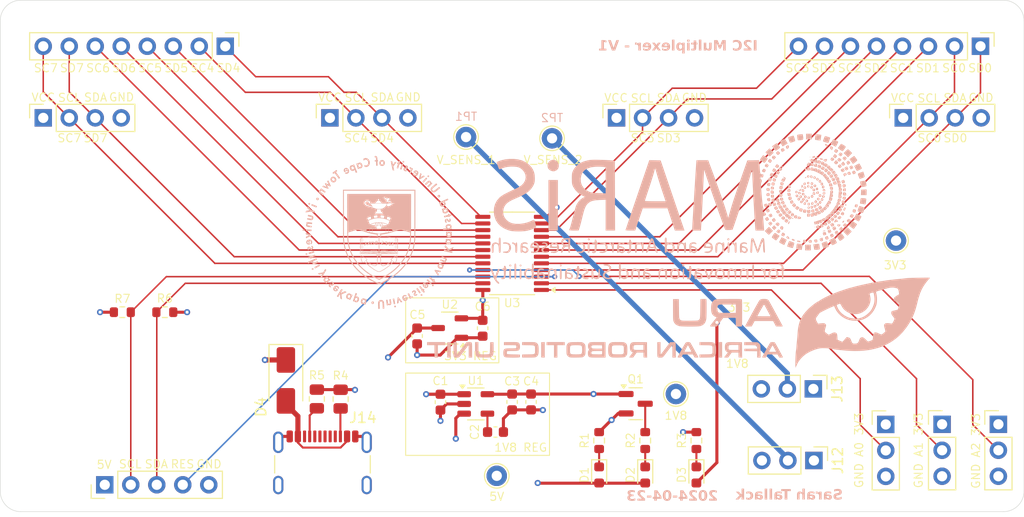
<source format=kicad_pcb>
(kicad_pcb (version 20240108) (generator "pcbnew") (generator_version "8.0")
  (title_block (title "I2C Multiplexer") (date "2024-04-23") (rev "1") (company "Univeristy of Cape Town") (comment 1 "Sarah Tallack") (comment 2 "Project: PAR Measurement"))
  (layers (0 "F.Cu" signal) (1 "In1.Cu" power) (2 "In2.Cu" power) (31 "B.Cu" signal) (34 "B.Paste" user) (35 "F.Paste" user) (36 "B.SilkS" user "B.Silkscreen") (37 "F.SilkS" user "F.Silkscreen") (38 "B.Mask" user) (39 "F.Mask" user) (44 "Edge.Cuts" user))
  (net 0 "")
  (net 1 "GND")
  (net 2 "Net-(U1-BP)")
  (net 3 "+1V8")
  (net 4 "+5V")
  (net 5 "Net-(D1-K)")
  (net 6 "Net-(D2-K)")
  (net 7 "/SC0")
  (net 8 "/SD0")
  (net 9 "V_SENSOR_1")
  (net 10 "/SD1")
  (net 11 "/SC1")
  (net 12 "/SC2")
  (net 13 "/SD2")
  (net 14 "/SD3")
  (net 15 "/SC3")
  (net 16 "/RESET")
  (net 17 "/SCL_MASTER")
  (net 18 "/SDA_MASTER")
  (net 19 "/SD5")
  (net 20 "/SD4")
  (net 21 "/SD6")
  (net 22 "/SC5")
  (net 23 "/SC4")
  (net 24 "/SC6")
  (net 25 "/SC7")
  (net 26 "/SD7")
  (net 27 "V_SENSOR_2")
  (net 28 "/I2C_Multiplexer/A0")
  (net 29 "/I2C_Multiplexer/A1")
  (net 30 "/I2C_Multiplexer/A2")
  (net 31 "Net-(Q1-D)")
  (net 32 "Net-(D3-K)")
  (net 33 "+3V3")
  (net 34 "Net-(D4-A)")
  (net 41 "Net-(J14-CC2)")
  (net 42 "Net-(J14-CC1)")
  (footprint "Capacitor_SMD:C_0603_1608Metric" (layer "F.Cu") (at 133.81 91.249 -90)
    (property "Reference" "C3" (at -2.025 0 180) (layer "F.SilkS") (effects (font (size 0.8 0.8) (thickness 0.1))))
    (property "Value" "1uF")
    (pad "1" smd roundrect (at -0.775 0 270) (size 0.9 0.95) (layers "F.Cu" "F.Paste" "F.Mask") (net 3 "+1V8"))
    (pad "2" smd roundrect (at 0.775 0 270) (size 0.9 0.95) (layers "F.Cu" "F.Paste" "F.Mask") (net 1 "GND"))
  )
  (footprint "Package_TO_SOT_SMD:SOT-23-3" (layer "F.Cu") (at 127.718505 84.024 180)
    (property "Reference" "U2" (at 0 2.3 180) (layer "F.SilkS") (effects (font (size 0.8 0.8) (thickness 0.1))))
    (property "Value" "XC6206PxxxMR")
    (pad "1" smd roundrect (at -1.1375 -0.95 180) (size 1.325 0.6) (layers "F.Cu" "F.Paste" "F.Mask") (net 1 "GND"))
    (pad "2" smd roundrect (at -1.1375 0.95 180) (size 1.325 0.6) (layers "F.Cu" "F.Paste" "F.Mask") (net 33 "+3V3"))
    (pad "3" smd roundrect (at 1.1375 0 180) (size 1.325 0.6) (layers "F.Cu" "F.Paste" "F.Mask") (net 4 "+5V"))
  )
  (footprint "Connector_PinHeader_2.54mm:PinHeader_1x03_P2.54mm_Vertical" (layer "F.Cu") (at 175.81 93.434)
    (property "Reference" "J10" (hide yes))
    (property "Value" "Conn_01x03_Pin")
    (pad "1" thru_hole rect (at 0 0) (size 1.7 1.7) (drill 1) (layers "*.Cu" "*.Mask") (net 33 "+3V3"))
    (pad "2" thru_hole oval (at 0 2.54) (size 1.7 1.7) (drill 1) (layers "*.Cu" "*.Mask") (net 29 "/I2C_Multiplexer/A1"))
    (pad "3" thru_hole oval (at 0 5.08) (size 1.7 1.7) (drill 1) (layers "*.Cu" "*.Mask") (net 1 "GND"))
  )
  (footprint "Connector_PinHeader_2.54mm:PinHeader_1x08_P2.54mm_Vertical" (layer "F.Cu") (at 179.56 56.474 -90)
    (property "Reference" "J7" (hide yes))
    (property "Value" "Conn_01x08_Pin")
    (pad "1" thru_hole rect (at 0 0 270) (size 1.7 1.7) (drill 1) (layers "*.Cu" "*.Mask") (net 8 "/SD0"))
    (pad "2" thru_hole oval (at 0 2.54 270) (size 1.7 1.7) (drill 1) (layers "*.Cu" "*.Mask") (net 7 "/SC0"))
    (pad "3" thru_hole oval (at 0 5.08 270) (size 1.7 1.7) (drill 1) (layers "*.Cu" "*.Mask") (net 10 "/SD1"))
    (pad "4" thru_hole oval (at 0 7.62 270) (size 1.7 1.7) (drill 1) (layers "*.Cu" "*.Mask") (net 11 "/SC1"))
    (pad "5" thru_hole oval (at 0 10.16 270) (size 1.7 1.7) (drill 1) (layers "*.Cu" "*.Mask") (net 13 "/SD2"))
    (pad "6" thru_hole oval (at 0 12.7 270) (size 1.7 1.7) (drill 1) (layers "*.Cu" "*.Mask") (net 12 "/SC2"))
    (pad "7" thru_hole oval (at 0 15.24 270) (size 1.7 1.7) (drill 1) (layers "*.Cu" "*.Mask") (net 14 "/SD3"))
    (pad "8" thru_hole oval (at 0 17.78 270) (size 1.7 1.7) (drill 1) (layers "*.Cu" "*.Mask") (net 15 "/SC3"))
  )
  (footprint "Connector_PinHeader_2.54mm:PinHeader_1x08_P2.54mm_Vertical" (layer "F.Cu") (at 105.79 56.474 -90)
    (property "Reference" "J8" (hide yes))
    (property "Value" "Conn_01x08_Pin")
    (pad "1" thru_hole rect (at 0 0 270) (size 1.7 1.7) (drill 1) (layers "*.Cu" "*.Mask") (net 20 "/SD4"))
    (pad "2" thru_hole oval (at 0 2.54 270) (size 1.7 1.7) (drill 1) (layers "*.Cu" "*.Mask") (net 23 "/SC4"))
    (pad "3" thru_hole oval (at 0 5.08 270) (size 1.7 1.7) (drill 1) (layers "*.Cu" "*.Mask") (net 19 "/SD5"))
    (pad "4" thru_hole oval (at 0 7.62 270) (size 1.7 1.7) (drill 1) (layers "*.Cu" "*.Mask") (net 22 "/SC5"))
    (pad "5" thru_hole oval (at 0 10.16 270) (size 1.7 1.7) (drill 1) (layers "*.Cu" "*.Mask") (net 21 "/SD6"))
    (pad "6" thru_hole oval (at 0 12.7 270) (size 1.7 1.7) (drill 1) (layers "*.Cu" "*.Mask") (net 24 "/SC6"))
    (pad "7" thru_hole oval (at 0 15.24 270) (size 1.7 1.7) (drill 1) (layers "*.Cu" "*.Mask") (net 26 "/SD7"))
    (pad "8" thru_hole oval (at 0 17.78 270) (size 1.7 1.7) (drill 1) (layers "*.Cu" "*.Mask") (net 25 "/SC7"))
  )
  (footprint "Connector_USB:USB_C_Receptacle_GCT_USB4105-xx-A_16P_TopMnt_Horizontal" (layer "F.Cu") (at 115.285 98.299)
    (property "Reference" "J14" (at 3.95 -5.505 0) (layer "F.SilkS"))
    (property "Value" "USB_C_Receptacle_USB2.0_16P")
    (pad "" np_thru_hole circle (at -2.89 -2.605) (size 0.65 0.65) (drill 0.65) (layers "F&B.Cu" "*.Mask"))
    (pad "" np_thru_hole circle (at 2.89 -2.605) (size 0.65 0.65) (drill 0.65) (layers "F&B.Cu" "*.Mask"))
    (pad "A1" smd roundrect (at -3.2 -3.68) (size 0.6 1.15) (layers "F.Cu" "F.Paste" "F.Mask") (net 1 "GND"))
    (pad "A4" smd roundrect (at -2.4 -3.68) (size 0.6 1.15) (layers "F.Cu" "F.Paste" "F.Mask") (net 34 "Net-(D4-A)"))
    (pad "A5" smd roundrect (at -1.25 -3.68) (size 0.3 1.15) (layers "F.Cu" "F.Paste" "F.Mask") (net 42 "Net-(J14-CC1)"))
    (pad "A6" smd roundrect (at -0.25 -3.68) (size 0.3 1.15) (layers "F.Cu" "F.Paste" "F.Mask"))
    (pad "A7" smd roundrect (at 0.25 -3.68) (size 0.3 1.15) (layers "F.Cu" "F.Paste" "F.Mask"))
    (pad "A8" smd roundrect (at 1.25 -3.68) (size 0.3 1.15) (layers "F.Cu" "F.Paste" "F.Mask"))
    (pad "A9" smd roundrect (at 2.4 -3.68) (size 0.6 1.15) (layers "F.Cu" "F.Paste" "F.Mask") (net 34 "Net-(D4-A)"))
    (pad "A12" smd roundrect (at 3.2 -3.68) (size 0.6 1.15) (layers "F.Cu" "F.Paste" "F.Mask") (net 1 "GND"))
    (pad "B1" smd roundrect (at 3.2 -3.68) (size 0.6 1.15) (layers "F.Cu" "F.Paste" "F.Mask") (net 1 "GND"))
    (pad "B4" smd roundrect (at 2.4 -3.68) (size 0.6 1.15) (layers "F.Cu" "F.Paste" "F.Mask") (net 34 "Net-(D4-A)"))
    (pad "B5" smd roundrect (at 1.75 -3.68) (size 0.3 1.15) (layers "F.Cu" "F.Paste" "F.Mask") (net 41 "Net-(J14-CC2)"))
    (pad "B6" smd roundrect (at 0.75 -3.68) (size 0.3 1.15) (layers "F.Cu" "F.Paste" "F.Mask"))
    (pad "B7" smd roundrect (at -0.75 -3.68) (size 0.3 1.15) (layers "F.Cu" "F.Paste" "F.Mask"))
    (pad "B8" smd roundrect (at -1.75 -3.68) (size 0.3 1.15) (layers "F.Cu" "F.Paste" "F.Mask"))
    (pad "B9" smd roundrect (at -2.4 -3.68) (size 0.6 1.15) (layers "F.Cu" "F.Paste" "F.Mask") (net 34 "Net-(D4-A)"))
    (pad "B12" smd roundrect (at -3.2 -3.68) (size 0.6 1.15) (layers "F.Cu" "F.Paste" "F.Mask") (net 1 "GND"))
    (pad "S1" thru_hole oval (at -4.32 -3.105) (size 1 2.1) (drill oval 0.6 1.7) (layers "*.Cu" "*.Mask" "F.Paste") (net 1 "GND"))
    (pad "S1" thru_hole oval (at -4.32 1.075) (size 1 1.8) (drill oval 0.6 1.4) (layers "*.Cu" "*.Mask" "F.Paste") (net 1 "GND"))
    (pad "S1" thru_hole oval (at 4.32 -3.105) (size 1 2.1) (drill oval 0.6 1.7) (layers "*.Cu" "*.Mask" "F.Paste") (net 1 "GND"))
    (pad "S1" thru_hole oval (at 4.32 1.075) (size 1 1.8) (drill oval 0.6 1.4) (layers "*.Cu" "*.Mask" "F.Paste") (net 1 "GND"))
  )
  (footprint "Capacitor_SMD:C_0603_1608Metric" (layer "F.Cu") (at 130.931005 84.043162 -90)
    (property "Reference" "C6" (at -2.125 0 180) (layer "F.SilkS") (effects (font (size 0.8 0.8) (thickness 0.1))))
    (property "Value" "1uF")
    (pad "1" smd roundrect (at -0.775 0 270) (size 0.9 0.95) (layers "F.Cu" "F.Paste" "F.Mask") (net 33 "+3V3"))
    (pad "2" smd roundrect (at 0.775 0 270) (size 0.9 0.95) (layers "F.Cu" "F.Paste" "F.Mask") (net 1 "GND"))
  )
  (footprint "Resistor_SMD:R_0603_1608Metric" (layer "F.Cu") (at 95.735 82.474 180)
    (property "Reference" "R7" (at -0.006006 1.315274 0) (layer "F.SilkS") (effects (font (size 0.8 0.8) (thickness 0.1))))
    (property "Value" "4.7k")
    (pad "1" smd roundrect (at -0.825 0 180) (size 0.8 0.95) (layers "F.Cu" "F.Paste" "F.Mask") (net 17 "/SCL_MASTER"))
    (pad "2" smd roundrect (at 0.825 0 180) (size 0.8 0.95) (layers "F.Cu" "F.Paste" "F.Mask") (net 33 "+3V3"))
  )
  (footprint "TestPoint:TestPoint_THTPad_D2.0mm_Drill1.0mm" (layer "F.Cu") (at 132.31 98.474)
    (property "Reference" "TP3" (hide yes))
    (property "Value" "TestPoint_Small")
    (pad "1" thru_hole circle (at 0 0) (size 2 2) (drill 1) (layers "*.Cu" "*.Mask") (net 4 "+5V"))
  )
  (footprint "Diode_SMD:D_0603_1608Metric" (layer "F.Cu") (at 142.31 98.3865 -90)
    (property "Reference" "D1" (at 0 1.44 90) (layer "F.SilkS") (effects (font (size 0.8 0.8) (thickness 0.1))))
    (property "Value" "RED")
    (pad "1" smd roundrect (at -0.7875 0 270) (size 0.875 0.95) (layers "F.Cu" "F.Paste" "F.Mask") (net 5 "Net-(D1-K)"))
    (pad "2" smd roundrect (at 0.7875 0 270) (size 0.875 0.95) (layers "F.Cu" "F.Paste" "F.Mask") (net 4 "+5V"))
  )
  (footprint "Capacitor_SMD:C_0603_1608Metric" (layer "F.Cu") (at 132.184137 94.193157)
    (property "Reference" "C2" (at -2.025 0 90) (layer "F.SilkS") (effects (font (size 0.8 0.8) (thickness 0.1))))
    (property "Value" "22nF")
    (pad "1" smd roundrect (at -0.775 0) (size 0.9 0.95) (layers "F.Cu" "F.Paste" "F.Mask") (net 2 "Net-(U1-BP)"))
    (pad "2" smd roundrect (at 0.775 0) (size 0.9 0.95) (layers "F.Cu" "F.Paste" "F.Mask") (net 1 "GND"))
  )
  (footprint "TestPoint:TestPoint_THTPad_D2.0mm_Drill1.0mm" (layer "F.Cu") (at 137.71 65.474)
    (property "Reference" "TP2" (at 0 -1.998 0) (layer "B.SilkS") (effects (font (size 0.8 0.8) (thickness 0.1)) (justify mirror)))
    (property "Value" "TestPoint_Small")
    (pad "1" thru_hole circle (at 0 0) (size 2 2) (drill 1) (layers "*.Cu" "*.Mask") (net 27 "V_SENSOR_2"))
  )
  (footprint "Diode_SMD:D_0603_1608Metric" (layer "F.Cu") (at 146.81 98.3865 -90)
    (property "Reference" "D2" (at 0 1.44 90) (layer "F.SilkS") (effects (font (size 0.8 0.8) (thickness 0.1))))
    (property "Value" "RED")
    (pad "1" smd roundrect (at -0.7875 0 270) (size 0.875 0.95) (layers "F.Cu" "F.Paste" "F.Mask") (net 6 "Net-(D2-K)"))
    (pad "2" smd roundrect (at 0.7875 0 270) (size 0.875 0.95) (layers "F.Cu" "F.Paste" "F.Mask") (net 4 "+5V"))
  )
  (footprint "Package_TO_SOT_SMD:SOT-23" (layer "F.Cu") (at 145.8725 91.424)
    (property "Reference" "Q1" (at 0 -2.4 0) (layer "F.SilkS") (effects (font (size 0.8 0.8) (thickness 0.1))))
    (property "Value" "AO3400A")
    (pad "1" smd roundrect (at -0.9375 -0.95) (size 1.475 0.6) (layers "F.Cu" "F.Paste" "F.Mask") (net 3 "+1V8"))
    (pad "2" smd roundrect (at -0.9375 0.95) (size 1.475 0.6) (layers "F.Cu" "F.Paste" "F.Mask") (net 1 "GND"))
    (pad "3" smd roundrect (at 0.9375 0) (size 1.475 0.6) (layers "F.Cu" "F.Paste" "F.Mask") (net 31 "Net-(Q1-D)"))
  )
  (footprint "Connector_PinHeader_2.54mm:PinHeader_1x03_P2.54mm_Vertical" (layer "F.Cu") (at 163.29 96.974 -90)
    (property "Reference" "J12" (at 0 -2.33 90) (layer "F.SilkS"))
    (property "Value" "Conn_01x03_Pin")
    (pad "1" thru_hole rect (at 0 0 270) (size 1.7 1.7) (drill 1) (layers "*.Cu" "*.Mask") (net 33 "+3V3"))
    (pad "2" thru_hole oval (at 0 2.54 270) (size 1.7 1.7) (drill 1) (layers "*.Cu" "*.Mask") (net 9 "V_SENSOR_1"))
    (pad "3" thru_hole oval (at 0 5.08 270) (size 1.7 1.7) (drill 1) (layers "*.Cu" "*.Mask") (net 3 "+1V8"))
  )
  (footprint "TestPoint:TestPoint_THTPad_D2.0mm_Drill1.0mm" (layer "F.Cu") (at 129.31 65.349)
    (property "Reference" "TP1" (at 0 -1.998 0) (layer "B.SilkS") (effects (font (size 0.8 0.8) (thickness 0.1)) (justify mirror)))
    (property "Value" "TestPoint_Small")
    (pad "1" thru_hole circle (at 0 0) (size 2 2) (drill 1) (layers "*.Cu" "*.Mask") (net 9 "V_SENSOR_1"))
  )
  (footprint "Connector_PinSocket_2.54mm:PinSocket_1x04_P2.54mm_Vertical" (layer "F.Cu") (at 88.01 63.474 90)
    (property "Reference" "J1" (hide yes))
    (property "Value" "Conn_01x04_Socket")
    (pad "1" thru_hole rect (at 0 0 90) (size 1.7 1.7) (drill 1) (layers "*.Cu" "*.Mask") (net 9 "V_SENSOR_1"))
    (pad "2" thru_hole oval (at 0 2.54 90) (size 1.7 1.7) (drill 1) (layers "*.Cu" "*.Mask") (net 25 "/SC7"))
    (pad "3" thru_hole oval (at 0 5.08 90) (size 1.7 1.7) (drill 1) (layers "*.Cu" "*.Mask") (net 26 "/SD7"))
    (pad "4" thru_hole oval (at 0 7.62 90) (size 1.7 1.7) (drill 1) (layers "*.Cu" "*.Mask") (net 1 "GND"))
  )
  (footprint "Connector_PinHeader_2.54mm:PinHeader_1x03_P2.54mm_Vertical" (layer "F.Cu") (at 170.31 93.449)
    (property "Reference" "J9" (hide yes))
    (property "Value" "Conn_01x03_Pin")
    (pad "1" thru_hole rect (at 0 0) (size 1.7 1.7) (drill 1) (layers "*.Cu" "*.Mask") (net 33 "+3V3"))
    (pad "2" thru_hole oval (at 0 2.54) (size 1.7 1.7) (drill 1) (layers "*.Cu" "*.Mask") (net 28 "/I2C_Multiplexer/A0"))
    (pad "3" thru_hole oval (at 0 5.08) (size 1.7 1.7) (drill 1) (layers "*.Cu" "*.Mask") (net 1 "GND"))
  )
  (footprint "TestPoint:TestPoint_THTPad_D2.0mm_Drill1.0mm" (layer "F.Cu") (at 171.31 75.474)
    (property "Reference" "TP5" (hide yes))
    (property "Value" "TestPoint_Small")
    (pad "1" thru_hole circle (at 0 0) (size 2 2) (drill 1) (layers "*.Cu" "*.Mask") (net 33 "+3V3"))
  )
  (footprint "Connector_PinHeader_2.54mm:PinHeader_1x05_P2.54mm_Vertical" (layer "F.Cu") (at 94.02 99.349 90)
    (property "Reference" "J6" (hide yes))
    (property "Value" "Conn_01x05_Pin")
    (pad "1" thru_hole rect (at 0 0 90) (size 1.7 1.7) (drill 1) (layers "*.Cu" "*.Mask") (net 4 "+5V"))
    (pad "2" thru_hole oval (at 0 2.54 90) (size 1.7 1.7) (drill 1) (layers "*.Cu" "*.Mask") (net 17 "/SCL_MASTER"))
    (pad "3" thru_hole oval (at 0 5.08 90) (size 1.7 1.7) (drill 1) (layers "*.Cu" "*.Mask") (net 18 "/SDA_MASTER"))
    (pad "4" thru_hole oval (at 0 7.62 90) (size 1.7 1.7) (drill 1) (layers "*.Cu" "*.Mask") (net 16 "/RESET"))
    (pad "5" thru_hole oval (at 0 10.16 90) (size 1.7 1.7) (drill 1) (layers "*.Cu" "*.Mask") (net 1 "GND"))
  )
  (footprint "Connector_PinSocket_2.54mm:PinSocket_1x04_P2.54mm_Vertical" (layer "F.Cu") (at 116.01 63.474 90)
    (property "Reference" "J2" (hide yes))
    (property "Value" "Conn_01x04_Socket")
    (pad "1" thru_hole rect (at 0 0 90) (size 1.7 1.7) (drill 1) (layers "*.Cu" "*.Mask") (net 9 "V_SENSOR_1"))
    (pad "2" thru_hole oval (at 0 2.54 90) (size 1.7 1.7) (drill 1) (layers "*.Cu" "*.Mask") (net 23 "/SC4"))
    (pad "3" thru_hole oval (at 0 5.08 90) (size 1.7 1.7) (drill 1) (layers "*.Cu" "*.Mask") (net 20 "/SD4"))
    (pad "4" thru_hole oval (at 0 7.62 90) (size 1.7 1.7) (drill 1) (layers "*.Cu" "*.Mask") (net 1 "GND"))
  )
  (footprint "Capacitor_SMD:C_0603_1608Metric" (layer "F.Cu") (at 135.66 91.249 -90)
    (property "Reference" "C4" (at -2.025 0 180) (layer "F.SilkS") (effects (font (size 0.8 0.8) (thickness 0.1))))
    (property "Value" "100nF")
    (pad "1" smd roundrect (at -0.775 0 270) (size 0.9 0.95) (layers "F.Cu" "F.Paste" "F.Mask") (net 3 "+1V8"))
    (pad "2" smd roundrect (at 0.775 0 270) (size 0.9 0.95) (layers "F.Cu" "F.Paste" "F.Mask") (net 1 "GND"))
  )
  (footprint "TestPoint:TestPoint_THTPad_D2.0mm_Drill1.0mm" (layer "F.Cu") (at 149.81 90.474)
    (property "Reference" "TP4" (hide yes))
    (property "Value" "TestPoint_Small")
    (pad "1" thru_hole circle (at 0 0) (size 2 2) (drill 1) (layers "*.Cu" "*.Mask") (net 3 "+1V8"))
  )
  (footprint "Connector_PinSocket_2.54mm:PinSocket_1x04_P2.54mm_Vertical" (layer "F.Cu") (at 172.01 63.474 90)
    (property "Reference" "J4" (hide yes))
    (property "Value" "Conn_01x04_Socket")
    (pad "1" thru_hole rect (at 0 0 90) (size 1.7 1.7) (drill 1) (layers "*.Cu" "*.Mask") (net 27 "V_SENSOR_2"))
    (pad "2" thru_hole oval (at 0 2.54 90) (size 1.7 1.7) (drill 1) (layers "*.Cu" "*.Mask") (net 7 "/SC0"))
    (pad "3" thru_hole oval (at 0 5.08 90) (size 1.7 1.7) (drill 1) (layers "*.Cu" "*.Mask") (net 8 "/SD0"))
    (pad "4" thru_hole oval (at 0 7.62 90) (size 1.7 1.7) (drill 1) (layers "*.Cu" "*.Mask") (net 1 "GND"))
  )
  (footprint "Capacitor_SMD:C_0603_1608Metric" (layer "F.Cu") (at 124.531005 84.799 -90)
    (property "Reference" "C5" (at -2.075 -0.025 180) (layer "F.SilkS") (effects (font (size 0.8 0.8) (thickness 0.1))))
    (property "Value" "1uF")
    (pad "1" smd roundrect (at -0.775 0 270) (size 0.9 0.95) (layers "F.Cu" "F.Paste" "F.Mask") (net 4 "+5V"))
    (pad "2" smd roundrect (at 0.775 0 270) (size 0.9 0.95) (layers "F.Cu" "F.Paste" "F.Mask") (net 1 "GND"))
  )
  (footprint "Resistor_SMD:R_0603_1608Metric" (layer "F.Cu") (at 151.81 95.024 90)
    (property "Reference" "R3" (at 0 -1.43 -90) (layer "F.SilkS") (effects (font (size 0.8 0.8) (thickness 0.1))))
    (property "Value" "220")
    (pad "1" smd roundrect (at -0.825 0 90) (size 0.8 0.95) (layers "F.Cu" "F.Paste" "F.Mask") (net 32 "Net-(D3-K)"))
    (pad "2" smd roundrect (at 0.825 0 90) (size 0.8 0.95) (layers "F.Cu" "F.Paste" "F.Mask") (net 1 "GND"))
  )
  (footprint "Resistor_SMD:R_0805_2012Metric" (layer "F.Cu") (at 114.735 90.9565 -90)
    (property "Reference" "R5" (at -2.3125 0 180) (layer "F.SilkS") (effects (font (size 0.8 0.8) (thickness 0.1))))
    (property "Value" "5.1k")
    (pad "1" smd roundrect (at -0.9125 0 270) (size 1.025 1.4) (layers "F.Cu" "F.Paste" "F.Mask") (roundrect_rratio 0.243902) (net 1 "GND"))
    (pad "2" smd roundrect (at 0.9125 0 270) (size 1.025 1.4) (layers "F.Cu" "F.Paste" "F.Mask") (roundrect_rratio 0.243902) (net 42 "Net-(J14-CC1)"))
  )
  (footprint "Package_TO_SOT_SMD:SOT-23-5" (layer "F.Cu") (at 130.26 91.444224)
    (property "Reference" "U1" (at 0 -2.270224 180) (layer "F.SilkS") (effects (font (size 0.8 0.8) (thickness 0.1))))
    (property "Value" "RT9193-18")
    (pad "1" smd roundrect (at -1.1375 -0.95) (size 1.325 0.6) (layers "F.Cu" "F.Paste" "F.Mask") (net 4 "+5V"))
    (pad "2" smd roundrect (at -1.1375 0) (size 1.325 0.6) (layers "F.Cu" "F.Paste" "F.Mask") (net 1 "GND"))
    (pad "3" smd roundrect (at -1.1375 0.95) (size 1.325 0.6) (layers "F.Cu" "F.Paste" "F.Mask") (net 4 "+5V"))
    (pad "4" smd roundrect (at 1.1375 0.95) (size 1.325 0.6) (layers "F.Cu" "F.Paste" "F.Mask") (net 2 "Net-(U1-BP)"))
    (pad "5" smd roundrect (at 1.1375 -0.95) (size 1.325 0.6) (layers "F.Cu" "F.Paste" "F.Mask") (net 3 "+1V8"))
  )
  (footprint "Connector_PinSocket_2.54mm:PinSocket_1x04_P2.54mm_Vertical" (layer "F.Cu") (at 144.01 63.474 90)
    (property "Reference" "J3" (hide yes))
    (property "Value" "Conn_01x04_Socket")
    (pad "1" thru_hole rect (at 0 0 90) (size 1.7 1.7) (drill 1) (layers "*.Cu" "*.Mask") (net 27 "V_SENSOR_2"))
    (pad "2" thru_hole oval (at 0 2.54 90) (size 1.7 1.7) (drill 1) (layers "*.Cu" "*.Mask") (net 15 "/SC3"))
    (pad "3" thru_hole oval (at 0 5.08 90) (size 1.7 1.7) (drill 1) (layers "*.Cu" "*.Mask") (net 14 "/SD3"))
    (pad "4" thru_hole oval (at 0 7.62 90) (size 1.7 1.7) (drill 1) (layers "*.Cu" "*.Mask") (net 1 "GND"))
  )
  (footprint "Connector_PinHeader_2.54mm:PinHeader_1x03_P2.54mm_Vertical" (layer "F.Cu") (at 163.235 89.974 -90)
    (property "Reference" "J13" (at 0 -2.33 90) (layer "F.SilkS"))
    (property "Value" "Conn_01x03_Pin")
    (pad "1" thru_hole rect (at 0 0 270) (size 1.7 1.7) (drill 1) (layers "*.Cu" "*.Mask") (net 33 "+3V3"))
    (pad "2" thru_hole oval (at 0 2.54 270) (size 1.7 1.7) (drill 1) (layers "*.Cu" "*.Mask") (net 27 "V_SENSOR_2"))
    (pad "3" thru_hole oval (at 0 5.08 270) (size 1.7 1.7) (drill 1) (layers "*.Cu" "*.Mask") (net 3 "+1V8"))
  )
  (footprint "Resistor_SMD:R_0805_2012Metric" (layer "F.Cu") (at 117.06 90.969 -90)
    (property "Reference" "R4" (at -2.3 0 180) (layer "F.SilkS") (effects (font (size 0.8 0.8) (thickness 0.1))))
    (property "Value" "5.1k")
    (pad "1" smd roundrect (at -0.9125 0 270) (size 1.025 1.4) (layers "F.Cu" "F.Paste" "F.Mask") (roundrect_rratio 0.243902) (net 1 "GND"))
    (pad "2" smd roundrect (at 0.9125 0 270) (size 1.025 1.4) (layers "F.Cu" "F.Paste" "F.Mask") (roundrect_rratio 0.243902) (net 41 "Net-(J14-CC2)"))
  )
  (footprint "Resistor_SMD:R_0603_1608Metric" (layer "F.Cu") (at 99.885 82.474)
    (property "Reference" "R6" (at -0.002598 -1.348526 180) (layer "F.SilkS") (effects (font (size 0.8 0.8) (thickness 0.1))))
    (property "Value" "4.7k")
    (pad "1" smd roundrect (at -0.825 0) (size 0.8 0.95) (layers "F.Cu" "F.Paste" "F.Mask") (net 18 "/SDA_MASTER"))
    (pad "2" smd roundrect (at 0.825 0) (size 0.8 0.95) (layers "F.Cu" "F.Paste" "F.Mask") (net 33 "+3V3"))
  )
  (footprint "Package_SO:TSSOP-24_4.4x7.8mm_P0.65mm" (layer "F.Cu") (at 133.81 76.724 180)
    (property "Reference" "U3" (at 0 -4.85 180) (layer "F.SilkS") (effects (font (size 0.8 0.8) (thickness 0.1))))
    (property "Value" "TCA9548APWR")
    (pad "1" smd roundrect (at -2.8625 -3.575 180) (size 1.475 0.4) (layers "F.Cu" "F.Paste" "F.Mask") (net 28 "/I2C_Multiplexer/A0"))
    (pad "2" smd roundrect (at -2.8625 -2.925 180) (size 1.475 0.4) (layers "F.Cu" "F.Paste" "F.Mask") (net 29 "/I2C_Multiplexer/A1"))
    (pad "3" smd roundrect (at -2.8625 -2.275 180) (size 1.475 0.4) (layers "F.Cu" "F.Paste" "F.Mask") (net 16 "/RESET"))
    (pad "4" smd roundrect (at -2.8625 -1.625 180) (size 1.475 0.4) (layers "F.Cu" "F.Paste" "F.Mask") (net 8 "/SD0"))
    (pad "5" smd roundrect (at -2.8625 -0.975 180) (size 1.475 0.4) (layers "F.Cu" "F.Paste" "F.Mask") (net 7 "/SC0"))
    (pad "6" smd roundrect (at -2.8625 -0.325 180) (size 1.475 0.4) (layers "F.Cu" "F.Paste" "F.Mask") (net 10 "/SD1"))
    (pad "7" smd roundrect (at -2.8625 0.325 180) (size 1.475 0.4) (layers "F.Cu" "F.Paste" "F.Mask") (net 11 "/SC1"))
    (pad "8" smd roundrect (at -2.8625 0.975 180) (size 1.475 0.4) (layers "F.Cu" "F.Paste" "F.Mask") (net 13 "/SD2"))
    (pad "9" smd roundrect (at -2.8625 1.625 180) (size 1.475 0.4) (layers "F.Cu" "F.Paste" "F.Mask") (net 12 "/SC2"))
    (pad "10" smd roundrect (at -2.8625 2.275 180) (size 1.475 0.4) (layers "F.Cu" "F.Paste" "F.Mask") (net 14 "/SD3"))
    (pad "11" smd roundrect (at -2.8625 2.925 180) (size 1.475 0.4) (layers "F.Cu" "F.Paste" "F.Mask") (net 15 "/SC3"))
    (pad "12" smd roundrect (at -2.8625 3.575 180) (size 1.475 0.4) (layers "F.Cu" "F.Paste" "F.Mask") (net 1 "GND"))
    (pad "13" smd roundrect (at 2.8625 3.575 180) (size 1.475 0.4) (layers "F.Cu" "F.Paste" "F.Mask") (net 20 "/SD4"))
    (pad "14" smd roundrect (at 2.8625 2.925 180) (size 1.475 0.4) (layers "F.Cu" "F.Paste" "F.Mask") (net 23 "/SC4"))
    (pad "15" smd roundrect (at 2.8625 2.275 180) (size 1.475 0.4) (layers "F.Cu" "F.Paste" "F.Mask") (net 19 "/SD5"))
    (pad "16" smd roundrect (at 2.8625 1.625 180) (size 1.475 0.4) (layers "F.Cu" "F.Paste" "F.Mask") (net 22 "/SC5"))
    (pad "17" smd roundrect (at 2.8625 0.975 180) (size 1.475 0.4) (layers "F.Cu" "F.Paste" "F.Mask") (net 21 "/SD6"))
    (pad "18" smd roundrect (at 2.8625 0.325 180) (size 1.475 0.4) (layers "F.Cu" "F.Paste" "F.Mask") (net 24 "/SC6"))
    (pad "19" smd roundrect (at 2.8625 -0.325 180) (size 1.475 0.4) (layers "F.Cu" "F.Paste" "F.Mask") (net 26 "/SD7"))
    (pad "20" smd roundrect (at 2.8625 -0.975 180) (size 1.475 0.4) (layers "F.Cu" "F.Paste" "F.Mask") (net 25 "/SC7"))
    (pad "21" smd roundrect (at 2.8625 -1.625 180) (size 1.475 0.4) (layers "F.Cu" "F.Paste" "F.Mask") (net 30 "/I2C_Multiplexer/A2"))
    (pad "22" smd roundrect (at 2.8625 -2.275 180) (size 1.475 0.4) (layers "F.Cu" "F.Paste" "F.Mask") (net 17 "/SCL_MASTER"))
    (pad "23" smd roundrect (at 2.8625 -2.925 180) (size 1.475 0.4) (layers "F.Cu" "F.Paste" "F.Mask") (net 18 "/SDA_MASTER"))
    (pad "24" smd roundrect (at 2.8625 -3.575 180) (size 1.475 0.4) (layers "F.Cu" "F.Paste" "F.Mask") (net 33 "+3V3"))
  )
  (footprint "Connector_PinHeader_2.54mm:PinHeader_1x03_P2.54mm_Vertical" (layer "F.Cu") (at 181.31 93.434)
    (property "Reference" "J11" (hide yes))
    (property "Value" "Conn_01x03_Pin")
    (pad "1" thru_hole rect (at 0 0) (size 1.7 1.7) (drill 1) (layers "*.Cu" "*.Mask") (net 33 "+3V3"))
    (pad "2" thru_hole oval (at 0 2.54) (size 1.7 1.7) (drill 1) (layers "*.Cu" "*.Mask") (net 30 "/I2C_Multiplexer/A2"))
    (pad "3" thru_hole oval (at 0 5.08) (size 1.7 1.7) (drill 1) (layers "*.Cu" "*.Mask") (net 1 "GND"))
  )
  (footprint "Capacitor_SMD:C_0603_1608Metric" (layer "F.Cu") (at 126.81 91.269224 -90)
    (property "Reference" "C1" (at -2.075 0 180) (layer "F.SilkS") (effects (font (size 0.8 0.8) (thickness 0.1))))
    (property "Value" "1uF")
    (pad "1" smd roundrect (at -0.775 0 270) (size 0.9 0.95) (layers "F.Cu" "F.Paste" "F.Mask") (net 4 "+5V"))
    (pad "2" smd roundrect (at 0.775 0 270) (size 0.9 0.95) (layers "F.Cu" "F.Paste" "F.Mask") (net 1 "GND"))
  )
  (footprint "Resistor_SMD:R_0603_1608Metric" (layer "F.Cu") (at 142.31 95.024 90)
    (property "Reference" "R1" (at 0 -1.43 -90) (layer "F.SilkS") (effects (font (size 0.8 0.8) (thickness 0.1))))
    (property "Value" "220")
    (pad "1" smd roundrect (at -0.825 0 90) (size 0.8 0.95) (layers "F.Cu" "F.Paste" "F.Mask") (net 5 "Net-(D1-K)"))
    (pad "2" smd roundrect (at 0.825 0 90) (size 0.8 0.95) (layers "F.Cu" "F.Paste" "F.Mask") (net 1 "GND"))
  )
  (footprint "Diode_SMD:D_SMA" (layer "F.Cu") (at 111.71 89.144 -90)
    (property "Reference" "D4" (at 2.6 2.425 90) (layer "F.SilkS"))
    (property "Value" "D_Schottky")
    (pad "1" smd roundrect (at -2 0 270) (size 2.5 1.8) (layers "F.Cu" "F.Paste" "F.Mask") (roundrect_rratio 0.1388888889) (net 4 "+5V"))
    (pad "2" smd roundrect (at 2 0 270) (size 2.5 1.8) (layers "F.Cu" "F.Paste" "F.Mask") (roundrect_rratio 0.1388888889) (net 34 "Net-(D4-A)"))
  )
  (footprint "Diode_SMD:D_0603_1608Metric" (layer "F.Cu") (at 151.81 98.3865 -90)
    (property "Reference" "D3" (at 0 1.44 90) (layer "F.SilkS") (effects (font (size 0.8 0.8) (thickness 0.1))))
    (property "Value" "RED")
    (pad "1" smd roundrect (at -0.7875 0 270) (size 0.875 0.95) (layers "F.Cu" "F.Paste" "F.Mask") (net 32 "Net-(D3-K)"))
    (pad "2" smd roundrect (at 0.7875 0 270) (size 0.875 0.95) (layers "F.Cu" "F.Paste" "F.Mask") (net 33 "+3V3"))
  )
  (footprint "Resistor_SMD:R_0603_1608Metric" (layer "F.Cu") (at 146.81 95.024 90)
    (property "Reference" "R2" (at 0 -1.43 -90) (layer "F.SilkS") (effects (font (size 0.8 0.8) (thickness 0.1))))
    (property "Value" "220")
    (pad "1" smd roundrect (at -0.825 0 90) (size 0.8 0.95) (layers "F.Cu" "F.Paste" "F.Mask") (net 6 "Net-(D2-K)"))
    (pad "2" smd roundrect (at 0.825 0 90) (size 0.8 0.95) (layers "F.Cu" "F.Paste" "F.Mask") (net 31 "Net-(Q1-D)"))
  )
  (footprint "Logos:UCT_15mm" (layer "B.Cu") (at 120.71 74.674 180)
    (property "Reference" "G***" (hide yes))
    (property "Value" "LOGO" (hide yes))
  )
  (footprint "Logos:MARiS_full_15mm" (layer "B.Cu") (at 150.01 72.274 180)
    (property "Reference" "G***" (hide yes))
    (property "Value" "LOGO" (hide yes))
  )
  (footprint "Logos:ARU_full_10mm" (layer "B.Cu") (at 150.21 83.774 180)
    (property "Reference" "G***" (hide yes))
    (property "Value" "LOGO" (hide yes))
  )
  (gr_rect (start 123.41 81.074) (end 132.51 87.424) (stroke (width 0.1)) (fill none) (layer "F.SilkS"))
  (gr_rect (start 123.41 88.424) (end 137.46 96.474) (stroke (width 0.1)) (fill none) (layer "F.SilkS"))
  (gr_line (start 85.81 51.974) (end 181.81 51.974) (stroke (width 0.05)) (layer "Edge.Cuts"))
  (gr_arc (start 85.81 101.974) (mid 84.395786 101.388214) (end 83.81 99.974) (stroke (width 0.05)) (layer "Edge.Cuts"))
  (gr_arc (start 83.81 53.974) (mid 84.395786 52.559786) (end 85.81 51.974) (stroke (width 0.05)) (layer "Edge.Cuts"))
  (gr_line (start 83.81 99.974) (end 83.81 53.974) (stroke (width 0.05)) (layer "Edge.Cuts"))
  (gr_arc (start 181.81 51.974) (mid 183.224214 52.559786) (end 183.81 53.974) (stroke (width 0.05)) (layer "Edge.Cuts"))
  (gr_arc (start 183.81 99.974) (mid 183.224214 101.388214) (end 181.81 101.974) (stroke (width 0.05)) (layer "Edge.Cuts"))
  (gr_line (start 183.81 53.974) (end 183.81 99.974) (stroke (width 0.05)) (layer "Edge.Cuts"))
  (gr_line (start 181.81 101.974) (end 85.81 101.974) (stroke (width 0.05)) (layer "Edge.Cuts"))
  (gr_text "${COMMENT1}" (at 166.11 100.374 0) (layer "B.SilkS") (effects (font (size 1 1) (thickness 0.15) (bold yes)) (justify left mirror)))
  (gr_text "${ISSUE_DATE}" (at 153.91 101.074 0) (layer "B.SilkS") (effects (font (size 1 1) (thickness 0.2) (bold yes)) (justify left bottom mirror)))
  (gr_text "${TITLE} - V${REVISION}" (at 157.81 56.474 0) (layer "B.SilkS") (effects (font (size 1 1) (thickness 0.15) (bold yes)) (justify left mirror)))
  (gr_text "SD7" (at 90.81 59.074 0) (layer "F.SilkS") (effects (font (size 0.8 0.8) (thickness 0.1)) (justify bottom)))
  (gr_text "3V3 REG" (at 127.11 87.224 0) (layer "F.SilkS") (effects (font (size 0.8 0.8) (thickness 0.1)) (justify left bottom)))
  (gr_text "GND" (at 179.11 98.509 90) (layer "F.SilkS") (effects (font (size 0.8 0.8) (thickness 0.1))))
  (gr_text "VCC" (at 116.01 61.944 0) (layer "F.SilkS") (effects (font (size 0.8 0.8) (thickness 0.1)) (justify bottom)))
  (gr_text "1V8" (at 155.81 87.974 0) (layer "F.SilkS") (effects (font (size 0.8 0.8) (thickness 0.1)) (justify bottom)))
  (gr_text "SCL" (at 174.51 62.024 0) (layer "F.SilkS") (effects (font (size 0.8 0.8) (thickness 0.1)) (justify bottom)))
  (gr_text "SC3" (at 161.683118 59.074 0) (layer "F.SilkS") (effects (font (size 0.8 0.8) (thickness 0.1)) (justify bottom)))
  (gr_text "V_SENS_1" (at 129.31 68.049 0) (layer "F.SilkS") (effects (font (size 0.8 0.8) (thickness 0.1)) (justify bottom)))
  (gr_text "VCC" (at 171.96 61.994 0) (layer "F.SilkS") (effects (font (size 0.8 0.8) (thickness 0.1)) (justify bottom)))
  (gr_text "A0" (at 167.695 95.899 90) (layer "F.SilkS") (effects (font (size 0.8 0.8) (thickness 0.1))))
  (gr_text "GND" (at 179.61 61.974 0) (layer "F.SilkS") (effects (font (size 0.8 0.8) (thickness 0.1)) (justify bottom)))
  (gr_text "SDA" (at 121.12 61.944 0) (layer "F.SilkS") (effects (font (size 0.8 0.8) (thickness 0.1)) (justify bottom)))
  (gr_text "5V" (at 132.31 100.974 0) (layer "F.SilkS") (effects (font (size 0.8 0.8) (thickness 0.1)) (justify bottom)))
  (gr_text "SC2" (at 166.793118 59.074 0) (layer "F.SilkS") (effects (font (size 0.8 0.8) (thickness 0.1)) (justify bottom)))
  (gr_text "SD2" (at 169.333118 59.074 0) (layer "F.SilkS") (effects (font (size 0.8 0.8) (thickness 0.1)) (justify bottom)))
  (gr_text "3V3" (at 173.51 93.409 90) (layer "F.SilkS") (effects (font (size 0.8 0.8) (thickness 0.1))))
  (gr_text "SC6" (at 93.37 59.074 0) (layer "F.SilkS") (effects (font (size 0.8 0.8) (thickness 0.1)) (justify bottom)))
  (gr_text "SC0" (at 176.983118 59.074 0) (layer "F.SilkS") (effects (font (size 0.8 0.8) (thickness 0.1)) (justify bottom)))
  (gr_text "SD3" (at 149.11 65.924 0) (layer "F.SilkS") (effects (font (size 0.8 0.8) (thickness 0.1)) (justify bottom)))
  (gr_text "SD4" (at 106.1 59.074 0) (layer "F.SilkS") (effects (font (size 0.8 0.8) (thickness 0.1)) (justify bottom)))
  (gr_text "SDA" (at 149.07 61.994 0) (layer "F.SilkS") (effects (font (size 0.8 0.8) (thickness 0.1)) (justify bottom)))
  (gr_text "GND" (at 167.695 98.449 90) (layer "F.SilkS") (effects (font (size 0.8 0.8) (thickness 0.1))))
  (gr_text "SC7" (at 90.56 65.924 0) (layer "F.SilkS") (effects (font (size 0.8 0.8) (thickness 0.1)) (justify bottom)))
  (gr_text "SD5" (at 101 59.074 0) (layer "F.SilkS") (effects (font (size 0.8 0.8) (thickness 0.1)) (justify bottom)))
  (gr_text "A2" (at 179.11 95.959 90) (layer "F.SilkS") (effects (font (size 0.8 0.8) (thickness 0.1))))
  (gr_text "SDA" (at 93.12 61.944 0) (layer "F.SilkS") (effects (font (size 0.8 0.8) (thickness 0.1)) (justify bottom)))
  (gr_text "SD0" (at 179.523118 59.074 0) (layer "F.SilkS") (effects (font (size 0.8 0.8) (thickness 0.1)) (justify bottom)))
  (gr_text "SC4" (at 118.57 65.924 0) (layer "F.SilkS") (effects (font (size 0.8 0.8) (thickness 0.1)) (justify bottom)))
  (gr_text "SCL" (at 118.56 61.974 0) (layer "F.SilkS") (effects (font (size 0.8 0.8) (thickness 0.1)) (justify bottom)))
  (gr_text "SDA" (at 177.07 61.994 0) (layer "F.SilkS") (effects (font (size 0.8 0.8) (thickness 0.1)) (justify bottom)))
  (gr_text "${9438ccb1-0389-478d-ac74-1c921c614d60:SHORT_NET_NAME(3)}" (at 177.11 65.924 0) (layer "F.SilkS") (effects (font (size 0.8 0.8) (thickness 0.1)) (justify bottom)))
  (gr_text "${9438ccb1-0389-478d-ac74-1c921c614d60:SHORT_NET_NAME(2)}" (at 174.57 65.924 0) (layer "F.SilkS") (effects (font (size 0.8 0.8) (thickness 0.1)) (justify bottom)))
  (gr_text "3V3" (at 154.81 82.474 0) (layer "F.SilkS") (effects (font (size 0.8 0.8) (thickness 0.1)) (justify left bottom)))
  (gr_text "SCL" (at 146.51 62.024 0) (layer "F.SilkS") (effects (font (size 0.8 0.8) (thickness 0.1)) (justify bottom)))
  (gr_text "A1" (at 173.51 95.909 90) (layer "F.SilkS") (effects (font (size 0.8 0.8) (thickness 0.1))))
  (gr_text "RES" (at 101.61 97.799 0) (layer "F.SilkS") (effects (font (size 0.8 0.8) (thickness 0.1)) (justify bottom)))
  (gr_text "SC4" (at 103.56 59.074 0) (layer "F.SilkS") (effects (font (size 0.8 0.8) (thickness 0.1)) (justify bottom)))
  (gr_text "GND" (at 151.61 61.974 0) (layer "F.SilkS") (effects (font (size 0.8 0.8) (thickness 0.1)) (justify bottom)))
  (gr_text "SC7" (at 88.26 59.074 0) (layer "F.SilkS") (effects (font (size 0.8 0.8) (thickness 0.1)) (justify bottom)))
  (gr_text "GND" (at 173.51 98.459 90) (layer "F.SilkS") (effects (font (size 0.8 0.8) (thickness 0.1))))
  (gr_text "SC3" (at 146.56 65.924 0) (layer "F.SilkS") (effects (font (size 0.8 0.8) (thickness 0.1)) (justify bottom)))
  (gr_text "1V8" (at 149.813592 93.051432 0) (layer "F.SilkS") (effects (font (size 0.8 0.8) (thickness 0.1)) (justify bottom)))
  (gr_text "SD7" (at 93.11 65.924 0) (layer "F.SilkS") (effects (font (size 0.8 0.8) (thickness 0.1)) (justify bottom)))
  (gr_text "SD3" (at 164.233118 59.074 0) (layer "F.SilkS") (effects (font (size 0.8 0.8) (thickness 0.1)) (justify bottom)))
  (gr_text "5V" (at 93.96 97.849 0) (layer "F.SilkS") (effects (font (size 0.8 0.8) (thickness 0.1)) (justify bottom)))
  (gr_text "GND" (at 123.66 61.924 0) (layer "F.SilkS") (effects (font (size 0.8 0.8) (thickness 0.1)) (justify bottom)))
  (gr_text "1V8 REG" (at 132.01 96.174 0) (layer "F.SilkS") (effects (font (size 0.8 0.8) (thickness 0.1)) (justify left bottom)))
  (gr_text "3V3" (at 171.235 78.349 0) (layer "F.SilkS") (effects (font (size 0.8 0.8) (thickness 0.1)) (justify bottom)))
  (gr_text "SD1" (at 174.423118 59.074 0) (layer "F.SilkS") (effects (font (size 0.8 0.8) (thickness 0.1)) (justify bottom)))
  (gr_text "3V3" (at 179.11 93.459 90) (layer "F.SilkS") (effects (font (size 0.8 0.8) (thickness 0.1))))
  (gr_text "SCL" (at 90.56 61.974 0) (layer "F.SilkS") (effects (font (size 0.8 0.8) (thickness 0.1)) (justify bottom)))
  (gr_text "V_SENS_2" (at 137.81 68.049 0) (layer "F.SilkS") (effects (font (size 0.8 0.8) (thickness 0.1)) (justify bottom)))
  (gr_text "SC5" (at 98.45 59.074 0) (layer "F.SilkS") (effects (font (size 0.8 0.8) (thickness 0.1)) (justify bottom)))
  (gr_text "SDA" (at 99.06 97.799 0) (layer "F.SilkS") (effects (font (size 0.8 0.8) (thickness 0.1)) (justify bottom)))
  (gr_text "VCC" (at 143.96 61.994 0) (layer "F.SilkS") (effects (font (size 0.8 0.8) (thickness 0.1)) (justify bottom)))
  (gr_text "SD4" (at 121.11 65.924 0) (layer "F.SilkS") (effects (font (size 0.8 0.8) (thickness 0.1)) (justify bottom)))
  (gr_text "GND" (at 104.21 97.799 0) (layer "F.SilkS") (effects (font (size 0.8 0.8) (thickness 0.1)) (justify bottom)))
  (gr_text "SC1" (at 171.873118 59.074 0) (layer "F.SilkS") (effects (font (size 0.8 0.8) (thickness 0.1)) (justify bottom)))
  (gr_text "3V3" (at 167.695 93.399 90) (layer "F.SilkS") (effects (font (size 0.8 0.8) (thickness 0.1))))
  (gr_text "GND" (at 95.66 61.924 0) (layer "F.SilkS") (effects (font (size 0.8 0.8) (thickness 0.1)) (justify bottom)))
  (gr_text "VCC" (at 88.01 61.944 0) (layer "F.SilkS") (effects (font (size 0.8 0.8) (thickness 0.1)) (justify bottom)))
  (gr_text "SCL" (at 96.51 97.799 0) (layer "F.SilkS") (effects (font (size 0.8 0.8) (thickness 0.1)) (justify bottom)))
  (gr_text "SD6" (at 95.91 59.074 0) (layer "F.SilkS") (effects (font (size 0.8 0.8) (thickness 0.1)) (justify bottom)))
  (segment (start 127.41 91.444224) (end 126.81 92.044224) (width 0.3) (layer "F.Cu") (net 1))
  (segment (start 144.166635 92.374) (end 144.935 92.374) (width 0.3) (layer "F.Cu") (net 1))
  (segment (start 136.6725 73.149) (end 137.226366 73.149) (width 0.3) (layer "F.Cu") (net 1))
  (segment (start 128.856005 84.974) (end 130.775167 84.974) (width 0.3) (layer "F.Cu") (net 1))
  (segment (start 132.959137 94.193157) (end 132.959137 92.874863) (width 0.3) (layer "F.Cu") (net 1))
  (segment (start 136.789776 92.024) (end 135.66 92.024) (width 0.3) (layer "F.Cu") (net 1))
  (segment (start 129.1225 91.444224) (end 127.41 91.444224) (width 0.3) (layer "F.Cu") (net 1))
  (segment (start 118.46 90.069) (end 118.435 90.044) (width 0.3) (layer "F.Cu") (net 1))
  (segment (start 112.085 94.619) (end 110.974172 94.619) (width 0.3) (layer "F.Cu") (net 1))
  (segment (start 132.959137 92.874863) (end 133.81 92.024) (width 0.3) (layer "F.Cu") (net 1))
  (segment (start 118.435 90.044) (end 114.735 90.044) (width 0.3) (layer "F.Cu") (net 1))
  (segment (start 137.226366 73.149) (end 138.151067 72.224299) (width 0.3) (layer "F.Cu") (net 1))
  (segment (start 143.525019 93.015616) (end 144.166635 92.374) (width 0.3) (layer "F.Cu") (net 1))
  (segment (start 136.81 92.044224) (end 136.789776 92.024) (width 0.3) (layer "F.Cu") (net 1))
  (segment (start 135.66 92.024) (end 133.81 92.024) (width 0.3) (layer "F.Cu") (net 1))
  (segment (start 124.531005 86.664167) (end 124.531005 85.574) (width 0.3) (layer "F.Cu") (net 1))
  (segment (start 143.493384 93.015616) (end 142.31 94.199) (width 0.3) (layer "F.Cu") (net 1))
  (segment (start 126.81 92.044224) (end 126.81 93.094224) (width 0.3) (layer "F.Cu") (net 1))
  (segment (start 124.531005 86.664167) (end 126.788995 86.664167) (width 0.3) (layer "F.Cu") (net 1))
  (segment (start 118.485 94.619) (end 119.601988 94.619) (width 0.3) (layer "F.Cu") (net 1))
  (segment (start 143.525019 93.015616) (end 143.493384 93.015616) (width 0.3) (layer "F.Cu") (net 1))
  (segment (start 126.788995 86.664167) (end 128.479162 84.974) (width 0.3) (layer "F.Cu") (net 1))
  (segment (start 150.509177 94.199) (end 151.81 94.199) (width 0.3) (layer "F.Cu") (net 1))
  (via (at 124.531005 86.664167) (size 0.6) (drill 0.3) (layers "F.Cu" "B.Cu") (net 1))
  (via (at 118.46 90.069) (size 0.6) (drill 0.3) (layers "F.Cu" "B.Cu") (net 1))
  (via (at 138.151067 72.224299) (size 0.6) (drill 0.3) (layers "F.Cu" "B.Cu") (net 1))
  (via (at 143.525019 93.015616) (size 0.6) (drill 0.3) (layers "F.Cu" "B.Cu") (net 1))
  (via (at 126.81 93.094224) (size 0.6) (drill 0.3) (layers "F.Cu" "B.Cu") (net 1))
  (via (at 136.81 92.044224) (size 0.6) (drill 0.3) (layers "F.Cu" "B.Cu") (net 1))
  (via (at 150.509177 94.199) (size 0.6) (drill 0.3) (layers "F.Cu" "B.Cu") (net 1))
  (segment (start 131.3975 92.394224) (end 131.3975 94.194224) (width 0.2) (layer "F.Cu") (net 2))
  (segment (start 141.76 90.474) (end 133.821917 90.474) (width 0.3) (layer "F.Cu") (net 3))
  (segment (start 131.3975 90.494224) (end 133.789776 90.494224) (width 0.3) (layer "F.Cu") (net 3))
  (segment (start 141.76 90.474) (end 144.935 90.474) (width 0.3) (layer "F.Cu") (net 3))
  (via (at 141.76 90.474) (size 0.6) (drill 0.3) (layers "F.Cu" "B.Cu") (net 3))
  (segment (start 136.31 99.174) (end 136.329685 99.193685) (width 0.3) (layer "F.Cu") (net 4))
  (segment (start 124.561309 84.024) (end 126.581005 84.024) (width 0.3) (layer "F.Cu") (net 4))
  (segment (start 128.31 94.844224) (end 128.31 92.84324) (width 0.3) (layer "F.Cu") (net 4))
  (segment (start 136.329685 99.193685) (end 146.790315 99.193685) (width 0.3) (layer "F.Cu") (net 4))
  (segment (start 109.66 87.144) (end 111.71 87.144) (width 0.5) (layer "F.Cu") (net 4))
  (segment (start 121.689341 86.895968) (end 124.561309 84.024) (width 0.3) (layer "F.Cu") (net 4))
  (segment (start 125.76 90.494224) (end 129.1225 90.494224) (width 0.3) (layer "F.Cu") (net 4))
  (segment (start 126.81 90.494224) (end 126.503334 90.494224) (width 0.3) (layer "F.Cu") (net 4))
  (segment (start 126.81 90.494224) (end 125.41 90.494224) (width 0.3) (layer "F.Cu") (net 4))
  (segment (start 128.31 92.84324) (end 128.759016 92.394224) (width 0.3) (layer "F.Cu") (net 4))
  (segment (start 146.790315 99.193685) (end 146.81 99.174) (width 0.3) (layer "F.Cu") (net 4))
  (via (at 121.689341 86.895968) (size 0.6) (drill 0.3) (layers "F.Cu" "B.Cu") (net 4))
  (via (at 136.31 99.174) (size 0.6) (drill 0.3) (layers "F.Cu" "B.Cu") (net 4))
  (via (at 125.41 90.494224) (size 0.6) (drill 0.3) (layers "F.Cu" "B.Cu") (net 4))
  (via (at 128.31 94.844224) (size 0.6) (drill 0.3) (layers "F.Cu" "B.Cu") (net 4))
  (via (at 109.66 87.144) (size 0.6) (drill 0.3) (layers "F.Cu" "B.Cu") (net 4))
  (segment (start 142.31 95.849) (end 142.31 97.599) (width 0.2) (layer "F.Cu") (net 5))
  (segment (start 146.81 95.849) (end 146.81 97.599) (width 0.2) (layer "F.Cu") (net 6))
  (segment (start 177.02 61.004) (end 177.02 56.474) (width 0.15) (layer "F.Cu") (net 7))
  (segment (start 174.55 63.474) (end 160.325 77.699) (width 0.15) (layer "F.Cu") (net 7))
  (segment (start 174.55 63.474) (end 177.02 61.004) (width 0.15) (layer "F.Cu") (net 7))
  (segment (start 160.325 77.699) (end 136.6725 77.699) (width 0.15) (layer "F.Cu") (net 7))
  (segment (start 177.09 63.474) (end 162.215 78.349) (width 0.15) (layer "F.Cu") (net 8))
  (segment (start 179.56 61.004) (end 179.56 56.474) (width 0.15) (layer "F.Cu") (net 8))
  (segment (start 177.09 63.474) (end 179.56 61.004) (width 0.15) (layer "F.Cu") (net 8))
  (segment (start 162.215 78.349) (end 136.6725 78.349) (width 0.15) (layer "F.Cu") (net 8))
  (segment (start 160.75 96.789) (end 129.31 65.349) (width 0.5) (layer "B.Cu") (net 9))
  (segment (start 153.905 77.049) (end 136.6725 77.049) (width 0.15) (layer "F.Cu") (net 10))
  (segment (start 174.48 56.474) (end 153.905 77.049) (width 0.15) (layer "F.Cu") (net 10))
  (segment (start 152.015 76.399) (end 136.6725 76.399) (width 0.15) (layer "F.Cu") (net 11))
  (segment (start 171.94 56.474) (end 152.015 76.399) (width 0.15) (layer "F.Cu") (net 11))
  (segment (start 136.6725 75.099) (end 148.235 75.099) (width 0.15) (layer "F.Cu") (net 12))
  (segment (start 148.235 75.099) (end 166.86 56.474) (width 0.15) (layer "F.Cu") (net 12))
  (segment (start 150.125 75.749) (end 136.6725 75.749) (width 0.15) (layer "F.Cu") (net 13))
  (segment (start 169.4 56.474) (end 150.125 75.749) (width 0.15) (layer "F.Cu") (net 13))
  (segment (start 136.6725 74.449) (end 138.115 74.449) (width 0.15) (layer "F.Cu") (net 14))
  (segment (start 164.31 56.474) (end 164.32 56.474) (width 0.15) (layer "F.Cu") (net 14))
  (segment (start 149.09 63.474) (end 150.94 61.624) (width 0.15) (layer "F.Cu") (net 14))
  (segment (start 159.17 61.624) (end 164.32 56.474) (width 0.15) (layer "F.Cu") (net 14))
  (segment (start 150.94 61.624) (end 159.17 61.624) (width 0.15) (layer "F.Cu") (net 14))
  (segment (start 138.115 74.449) (end 149.09 63.474) (width 0.15) (layer "F.Cu") (net 14))
  (segment (start 137.635 73.799) (end 146.55 64.884) (width 0.15) (layer "F.Cu") (net 15))
  (segment (start 146.55 63.474) (end 149.45 60.574) (width 0.15) (layer "F.Cu") (net 15))
  (segment (start 146.55 64.884) (end 146.55 63.474) (width 0.15) (layer "F.Cu") (net 15))
  (segment (start 149.45 60.574) (end 157.68 60.574) (width 0.15) (layer "F.Cu") (net 15))
  (segment (start 157.68 60.574) (end 161.78 56.474) (width 0.15) (layer "F.Cu") (net 15))
  (segment (start 136.6725 73.799) (end 137.635 73.799) (width 0.15) (layer "F.Cu") (net 15))
  (segment (start 136.76 78.999) (end 137.96 78.999) (width 0.15) (layer "F.Cu") (net 16))
  (via (at 137.96 78.999) (size 0.5) (drill 0.2) (layers "F.Cu" "B.Cu") (net 16))
  (segment (start 121.99 78.999) (end 101.64 99.349) (width 0.15) (layer "B.Cu") (net 16))
  (segment (start 137.96 78.999) (end 121.99 78.999) (width 0.15) (layer "B.Cu") (net 16))
  (segment (start 100.035 78.999) (end 96.56 82.474) (width 0.15) (layer "F.Cu") (net 17))
  (segment (start 130.9475 78.999) (end 100.035 78.999) (width 0.15) (layer "F.Cu") (net 17))
  (segment (start 96.56 82.474) (end 96.56 99.349) (width 0.15) (layer "F.Cu") (net 17))
  (segment (start 99.06 82.474) (end 99.1 82.514) (width 0.15) (layer "F.Cu") (net 18))
  (segment (start 99.1 82.514) (end 99.1 99.349) (width 0.15) (layer "F.Cu") (net 18))
  (segment (start 101.885 79.649) (end 99.06 82.474) (width 0.15) (layer "F.Cu") (net 18))
  (segment (start 130.9475 79.649) (end 101.885 79.649) (width 0.15) (layer "F.Cu") (net 18))
  (segment (start 118.685 74.449) (end 100.71 56.474) (width 0.15) (layer "F.Cu") (net 19))
  (segment (start 130.9475 74.449) (end 118.685 74.449) (width 0.15) (layer "F.Cu") (net 19))
  (segment (start 130.9475 73.149) (end 130.765 73.149) (width 0.15) (layer "F.Cu") (net 20))
  (segment (start 115.865 59.449) (end 108.765 59.449) (width 0.15) (layer "F.Cu") (net 20))
  (segment (start 108.765 59.449) (end 105.79 56.474) (width 0.15) (layer "F.Cu") (net 20))
  (segment (start 130.765 73.149) (end 118.59 60.974) (width 0.15) (layer "F.Cu") (net 20))
  (segment (start 117.39 60.974) (end 115.865 59.449) (width 0.15) (layer "F.Cu") (net 20))
  (segment (start 118.59 60.974) (end 117.39 60.974) (width 0.15) (layer "F.Cu") (net 20))
  (segment (start 114.905 75.749) (end 130.9475 75.749) (width 0.15) (layer "F.Cu") (net 21))
  (segment (start 95.63 56.474) (end 114.905 75.749) (width 0.15) (layer "F.Cu") (net 21))
  (segment (start 98.19 56.494) (end 98.19 56.474) (width 0.15) (layer "F.Cu") (net 22))
  (segment (start 116.795 75.099) (end 98.19 56.494) (width 0.15) (layer "F.Cu") (net 22))
  (segment (start 130.9475 75.099) (end 116.795 75.099) (width 0.15) (layer "F.Cu") (net 22))
  (segment (start 118.55 63.474) (end 116.05 60.974) (width 0.15) (layer "F.Cu") (net 23))
  (segment (start 107.75 60.974) (end 103.25 56.474) (width 0.15) (layer "F.Cu") (net 23))
  (segment (start 116.05 60.974) (end 107.75 60.974) (width 0.15) (layer "F.Cu") (net 23))
  (segment (start 130.9475 73.799) (end 128.875 73.799) (width 0.15) (layer "F.Cu") (net 23))
  (segment (start 128.875 73.799) (end 118.55 63.474) (width 0.15) (layer "F.Cu") (net 23))
  (segment (start 113.015 76.399) (end 130.9475 76.399) (width 0.15) (layer "F.Cu") (net 24))
  (segment (start 93.09 56.474) (end 113.015 76.399) (width 0.15) (layer "F.Cu") (net 24))
  (segment (start 90.55 63.474) (end 104.775 77.699) (width 0.15) (layer "F.Cu") (net 25))
  (segment (start 88.01 60.934) (end 90.55 63.474) (width 0.15) (layer "F.Cu") (net 25))
  (segment (start 88.01 56.474) (end 88.01 60.934) (width 0.15) (layer "F.Cu") (net 25))
  (segment (start 104.775 77.699) (end 130.9475 77.699) (width 0.15) (layer "F.Cu") (net 25))
  (segment (start 90.55 60.934) (end 93.09 63.474) (width 0.15) (layer "F.Cu") (net 26))
  (segment (start 106.665 77.049) (end 130.9475 77.049) (width 0.15) (layer "F.Cu") (net 26))
  (segment (start 93.09 63.474) (end 106.665 77.049) (width 0.15) (layer "F.Cu") (net 26))
  (segment (start 90.55 56.474) (end 90.55 60.934) (width 0.15) (layer "F.Cu") (net 26))
  (segment (start 160.695 88.459) (end 160.695 89.974) (width 0.5) (layer "B.Cu") (net 27))
  (segment (start 137.71 65.474) (end 160.695 88.459) (width 0.5) (layer "B.Cu") (net 27))
  (segment (start 159.135 80.299) (end 167.81 88.974) (width 0.15) (layer "F.Cu") (net 28))
  (segment (start 167.81 88.974) (end 167.81 93.489) (width 0.15) (layer "F.Cu") (net 28))
  (segment (start 170.035 95.989) (end 170.31 95.989) (width 0.15) (layer "F.Cu") (net 28))
  (segment (start 136.735 80.299) (end 159.135 80.299) (width 0.15) (layer "F.Cu") (net 28))
  (segment (start 167.81 93.489) (end 170.31 95.989) (width 0.15) (layer "F.Cu") (net 28))
  (segment (start 173.31 88.974) (end 163.985 79.649) (width 0.15) (layer "F.Cu") (net 29))
  (segment (start 173.31 93.474) (end 173.31 88.974) (width 0.15) (layer "F.Cu") (net 29))
  (segment (start 175.81 95.974) (end 173.31 93.474) (width 0.15) (layer "F.Cu") (net 29))
  (segment (start 163.985 79.649) (end 136.735 79.649) (width 0.15) (layer "F.Cu") (net 29))
  (segment (start 175.795 95.959) (end 175.81 95.974) (width 0.15) (layer "B.Cu") (net 29))
  (segment (start 178.81 89.079) (end 168.705 78.974) (width 0.15) (layer "F.Cu") (net 30))
  (segment (start 181.295 95.959) (end 181.31 95.974) (width 0.15) (layer "F.Cu") (net 30))
  (segment (start 129.66 78.349) (end 130.9475 78.349) (width 0.15) (layer "F.Cu") (net 30))
  (segment (start 178.81 93.474) (end 178.81 89.079) (width 0.15) (layer "F.Cu") (net 30))
  (segment (start 168.705 78.974) (end 140.36 78.974) (width 0.15) (layer "F.Cu") (net 30))
  (segment (start 181.31 95.974) (end 178.81 93.474) (width 0.15) (layer "F.Cu") (net 30))
  (via (at 140.36 78.974) (size 0.5) (drill 0.2) (layers "F.Cu" "B.Cu") (net 30))
  (via (at 129.66 78.349) (size 0.5) (drill 0.2) (layers "F.Cu" "B.Cu") (net 30))
  (segment (start 139.735 78.349) (end 140.36 78.974) (width 0.15) (layer "B.Cu") (net 30))
  (segment (start 129.66 78.349) (end 139.735 78.349) (width 0.15) (layer "B.Cu") (net 30))
  (segment (start 181.295 95.974) (end 181.31 95.974) (width 0.15) (layer "B.Cu") (net 30))
  (segment (start 140.36 78.974) (end 140.36 79.024) (width 0.15) (layer "B.Cu") (net 30))
  (segment (start 146.81 94.199) (end 146.81 91.424) (width 0.2) (layer "F.Cu") (net 31))
  (segment (start 151.81 97.599) (end 151.81 95.849) (width 0.2) (layer "F.Cu") (net 32))
  (segment (start 94.91 82.474) (end 93.56 82.474) (width 0.3) (layer "F.Cu") (net 33))
  (segment (start 130.935616 80.310884) (end 130.9475 80.299) (width 0.3) (layer "F.Cu") (net 33))
  (segment (start 153.81 83.474) (end 153.81 97.174) (width 0.3) (layer "F.Cu") (net 33))
  (segment (start 130.935616 83.263551) (end 130.931005 83.268162) (width 0.3) (layer "F.Cu") (net 33))
  (segment (start 153.81 97.174) (end 151.81 99.174) (width 0.3) (layer "F.Cu") (net 33))
  (segment (start 130.9475 81.287116) (end 130.935616 81.299) (width 0.3) (layer "F.Cu") (net 33))
  (segment (start 100.71 82.474) (end 102.06 82.474) (width 0.3) (layer "F.Cu") (net 33))
  (segment (start 128.856005 83.074) (end 130.736843 83.074) (width 0.3) (layer "F.Cu") (net 33))
  (segment (start 130.9475 80.299) (end 130.9475 81.287116) (width 0.3) (layer "F.Cu") (net 33))
  (segment (start 130.935616 81.299) (end 130.935616 83.263551) (width 0.3) (layer "F.Cu") (net 33))
  (via (at 93.56 82.474) (size 0.6) (drill 0.3) (layers "F.Cu" "B.Cu") (net 33))
  (via (at 102.06 82.474) (size 0.6) (drill 0.3) (layers "F.Cu" "B.Cu") (net 33))
  (via (at 130.935616 81.299) (size 0.6) (drill 0.3) (layers "F.Cu" "B.Cu") (net 33))
  (via (at 153.81 83.474) (size 0.6) (drill 0.3) (layers "F.Cu" "B.Cu") (net 33))
  (segment (start 112.885 94.619) (end 112.885 92.647086) (width 0.5) (layer "F.Cu") (net 34))
  (segment (start 113.366619 95.711025) (end 112.885 95.229406) (width 0.2) (layer "F.Cu") (net 34))
  (segment (start 112.885 92.647086) (end 111.720348 91.482434) (width 0.5) (layer "F.Cu") (net 34))
  (segment (start 112.885 95.229406) (end 112.885 94.619) (width 0.2) (layer "F.Cu") (net 34))
  (segment (start 117.050385 95.711025) (end 113.366619 95.711025) (width 0.2) (layer "F.Cu") (net 34))
  (segment (start 117.685 95.07641) (end 117.050385 95.711025) (width 0.2) (layer "F.Cu") (net 34))
  (segment (start 117.685 94.619) (end 117.685 95.07641) (width 0.2) (layer "F.Cu") (net 34))
  (segment (start 117.035 91.9065) (end 117.06 91.8815) (width 0.2) (layer "F.Cu") (net 41))
  (segment (start 117.035 94.619) (end 117.035 91.9065) (width 0.2) (layer "F.Cu") (net 41))
  (segment (start 114.035 92.569) (end 114.035 94.619) (width 0.2) (layer "F.Cu") (net 42))
  (segment (start 114.735 91.869) (end 114.035 92.569) (width 0.2) (layer "F.Cu") (net 42))
)
</source>
